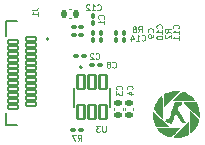
<source format=gbo>
G04 #@! TF.GenerationSoftware,KiCad,Pcbnew,8.0.9-8.0.9-0~ubuntu22.04.1*
G04 #@! TF.CreationDate,2025-06-17T20:00:39-06:00*
G04 #@! TF.ProjectId,dongle,646f6e67-6c65-42e6-9b69-6361645f7063,rev?*
G04 #@! TF.SameCoordinates,Original*
G04 #@! TF.FileFunction,Legend,Bot*
G04 #@! TF.FilePolarity,Positive*
%FSLAX46Y46*%
G04 Gerber Fmt 4.6, Leading zero omitted, Abs format (unit mm)*
G04 Created by KiCad (PCBNEW 8.0.9-8.0.9-0~ubuntu22.04.1) date 2025-06-17 20:00:39*
%MOMM*%
%LPD*%
G01*
G04 APERTURE LIST*
G04 Aperture macros list*
%AMRoundRect*
0 Rectangle with rounded corners*
0 $1 Rounding radius*
0 $2 $3 $4 $5 $6 $7 $8 $9 X,Y pos of 4 corners*
0 Add a 4 corners polygon primitive as box body*
4,1,4,$2,$3,$4,$5,$6,$7,$8,$9,$2,$3,0*
0 Add four circle primitives for the rounded corners*
1,1,$1+$1,$2,$3*
1,1,$1+$1,$4,$5*
1,1,$1+$1,$6,$7*
1,1,$1+$1,$8,$9*
0 Add four rect primitives between the rounded corners*
20,1,$1+$1,$2,$3,$4,$5,0*
20,1,$1+$1,$4,$5,$6,$7,0*
20,1,$1+$1,$6,$7,$8,$9,0*
20,1,$1+$1,$8,$9,$2,$3,0*%
G04 Aperture macros list end*
%ADD10C,0.125000*%
%ADD11C,0.200000*%
%ADD12C,0.120000*%
%ADD13C,0.127000*%
%ADD14C,0.000000*%
%ADD15C,0.010000*%
%ADD16RoundRect,0.102000X0.400000X-0.150000X0.400000X0.150000X-0.400000X0.150000X-0.400000X-0.150000X0*%
%ADD17RoundRect,0.100000X-0.130000X-0.100000X0.130000X-0.100000X0.130000X0.100000X-0.130000X0.100000X0*%
%ADD18RoundRect,0.100000X0.100000X-0.130000X0.100000X0.130000X-0.100000X0.130000X-0.100000X-0.130000X0*%
%ADD19RoundRect,0.140000X-0.140000X-0.170000X0.140000X-0.170000X0.140000X0.170000X-0.140000X0.170000X0*%
%ADD20RoundRect,0.100000X0.130000X0.100000X-0.130000X0.100000X-0.130000X-0.100000X0.130000X-0.100000X0*%
%ADD21RoundRect,0.140000X0.170000X-0.140000X0.170000X0.140000X-0.170000X0.140000X-0.170000X-0.140000X0*%
%ADD22RoundRect,0.099250X-0.297750X0.607750X-0.297750X-0.607750X0.297750X-0.607750X0.297750X0.607750X0*%
G04 APERTURE END LIST*
D10*
X142474809Y-89458333D02*
X142831952Y-89458333D01*
X142831952Y-89458333D02*
X142903380Y-89434524D01*
X142903380Y-89434524D02*
X142951000Y-89386905D01*
X142951000Y-89386905D02*
X142974809Y-89315476D01*
X142974809Y-89315476D02*
X142974809Y-89267857D01*
X142974809Y-89958333D02*
X142974809Y-89672619D01*
X142974809Y-89815476D02*
X142474809Y-89815476D01*
X142474809Y-89815476D02*
X142546238Y-89767857D01*
X142546238Y-89767857D02*
X142593857Y-89720238D01*
X142593857Y-89720238D02*
X142617666Y-89672619D01*
X147888333Y-93577197D02*
X147912142Y-93601007D01*
X147912142Y-93601007D02*
X147983571Y-93624816D01*
X147983571Y-93624816D02*
X148031190Y-93624816D01*
X148031190Y-93624816D02*
X148102618Y-93601007D01*
X148102618Y-93601007D02*
X148150237Y-93553387D01*
X148150237Y-93553387D02*
X148174047Y-93505768D01*
X148174047Y-93505768D02*
X148197856Y-93410530D01*
X148197856Y-93410530D02*
X148197856Y-93339102D01*
X148197856Y-93339102D02*
X148174047Y-93243864D01*
X148174047Y-93243864D02*
X148150237Y-93196245D01*
X148150237Y-93196245D02*
X148102618Y-93148626D01*
X148102618Y-93148626D02*
X148031190Y-93124816D01*
X148031190Y-93124816D02*
X147983571Y-93124816D01*
X147983571Y-93124816D02*
X147912142Y-93148626D01*
X147912142Y-93148626D02*
X147888333Y-93172435D01*
X147697856Y-93172435D02*
X147674047Y-93148626D01*
X147674047Y-93148626D02*
X147626428Y-93124816D01*
X147626428Y-93124816D02*
X147507380Y-93124816D01*
X147507380Y-93124816D02*
X147459761Y-93148626D01*
X147459761Y-93148626D02*
X147435952Y-93172435D01*
X147435952Y-93172435D02*
X147412142Y-93220054D01*
X147412142Y-93220054D02*
X147412142Y-93267673D01*
X147412142Y-93267673D02*
X147435952Y-93339102D01*
X147435952Y-93339102D02*
X147721666Y-93624816D01*
X147721666Y-93624816D02*
X147412142Y-93624816D01*
X149308333Y-94302190D02*
X149332142Y-94326000D01*
X149332142Y-94326000D02*
X149403571Y-94349809D01*
X149403571Y-94349809D02*
X149451190Y-94349809D01*
X149451190Y-94349809D02*
X149522618Y-94326000D01*
X149522618Y-94326000D02*
X149570237Y-94278380D01*
X149570237Y-94278380D02*
X149594047Y-94230761D01*
X149594047Y-94230761D02*
X149617856Y-94135523D01*
X149617856Y-94135523D02*
X149617856Y-94064095D01*
X149617856Y-94064095D02*
X149594047Y-93968857D01*
X149594047Y-93968857D02*
X149570237Y-93921238D01*
X149570237Y-93921238D02*
X149522618Y-93873619D01*
X149522618Y-93873619D02*
X149451190Y-93849809D01*
X149451190Y-93849809D02*
X149403571Y-93849809D01*
X149403571Y-93849809D02*
X149332142Y-93873619D01*
X149332142Y-93873619D02*
X149308333Y-93897428D01*
X149022618Y-94064095D02*
X149070237Y-94040285D01*
X149070237Y-94040285D02*
X149094047Y-94016476D01*
X149094047Y-94016476D02*
X149117856Y-93968857D01*
X149117856Y-93968857D02*
X149117856Y-93945047D01*
X149117856Y-93945047D02*
X149094047Y-93897428D01*
X149094047Y-93897428D02*
X149070237Y-93873619D01*
X149070237Y-93873619D02*
X149022618Y-93849809D01*
X149022618Y-93849809D02*
X148927380Y-93849809D01*
X148927380Y-93849809D02*
X148879761Y-93873619D01*
X148879761Y-93873619D02*
X148855952Y-93897428D01*
X148855952Y-93897428D02*
X148832142Y-93945047D01*
X148832142Y-93945047D02*
X148832142Y-93968857D01*
X148832142Y-93968857D02*
X148855952Y-94016476D01*
X148855952Y-94016476D02*
X148879761Y-94040285D01*
X148879761Y-94040285D02*
X148927380Y-94064095D01*
X148927380Y-94064095D02*
X149022618Y-94064095D01*
X149022618Y-94064095D02*
X149070237Y-94087904D01*
X149070237Y-94087904D02*
X149094047Y-94111714D01*
X149094047Y-94111714D02*
X149117856Y-94159333D01*
X149117856Y-94159333D02*
X149117856Y-94254571D01*
X149117856Y-94254571D02*
X149094047Y-94302190D01*
X149094047Y-94302190D02*
X149070237Y-94326000D01*
X149070237Y-94326000D02*
X149022618Y-94349809D01*
X149022618Y-94349809D02*
X148927380Y-94349809D01*
X148927380Y-94349809D02*
X148879761Y-94326000D01*
X148879761Y-94326000D02*
X148855952Y-94302190D01*
X148855952Y-94302190D02*
X148832142Y-94254571D01*
X148832142Y-94254571D02*
X148832142Y-94159333D01*
X148832142Y-94159333D02*
X148855952Y-94111714D01*
X148855952Y-94111714D02*
X148879761Y-94087904D01*
X148879761Y-94087904D02*
X148927380Y-94064095D01*
X154877190Y-91028571D02*
X154901000Y-91004762D01*
X154901000Y-91004762D02*
X154924809Y-90933333D01*
X154924809Y-90933333D02*
X154924809Y-90885714D01*
X154924809Y-90885714D02*
X154901000Y-90814286D01*
X154901000Y-90814286D02*
X154853380Y-90766667D01*
X154853380Y-90766667D02*
X154805761Y-90742857D01*
X154805761Y-90742857D02*
X154710523Y-90719048D01*
X154710523Y-90719048D02*
X154639095Y-90719048D01*
X154639095Y-90719048D02*
X154543857Y-90742857D01*
X154543857Y-90742857D02*
X154496238Y-90766667D01*
X154496238Y-90766667D02*
X154448619Y-90814286D01*
X154448619Y-90814286D02*
X154424809Y-90885714D01*
X154424809Y-90885714D02*
X154424809Y-90933333D01*
X154424809Y-90933333D02*
X154448619Y-91004762D01*
X154448619Y-91004762D02*
X154472428Y-91028571D01*
X154924809Y-91504762D02*
X154924809Y-91219048D01*
X154924809Y-91361905D02*
X154424809Y-91361905D01*
X154424809Y-91361905D02*
X154496238Y-91314286D01*
X154496238Y-91314286D02*
X154543857Y-91266667D01*
X154543857Y-91266667D02*
X154567666Y-91219048D01*
X154924809Y-91980952D02*
X154924809Y-91695238D01*
X154924809Y-91838095D02*
X154424809Y-91838095D01*
X154424809Y-91838095D02*
X154496238Y-91790476D01*
X154496238Y-91790476D02*
X154543857Y-91742857D01*
X154543857Y-91742857D02*
X154567666Y-91695238D01*
X152727190Y-91341666D02*
X152751000Y-91317857D01*
X152751000Y-91317857D02*
X152774809Y-91246428D01*
X152774809Y-91246428D02*
X152774809Y-91198809D01*
X152774809Y-91198809D02*
X152751000Y-91127381D01*
X152751000Y-91127381D02*
X152703380Y-91079762D01*
X152703380Y-91079762D02*
X152655761Y-91055952D01*
X152655761Y-91055952D02*
X152560523Y-91032143D01*
X152560523Y-91032143D02*
X152489095Y-91032143D01*
X152489095Y-91032143D02*
X152393857Y-91055952D01*
X152393857Y-91055952D02*
X152346238Y-91079762D01*
X152346238Y-91079762D02*
X152298619Y-91127381D01*
X152298619Y-91127381D02*
X152274809Y-91198809D01*
X152274809Y-91198809D02*
X152274809Y-91246428D01*
X152274809Y-91246428D02*
X152298619Y-91317857D01*
X152298619Y-91317857D02*
X152322428Y-91341666D01*
X152774809Y-91579762D02*
X152774809Y-91675000D01*
X152774809Y-91675000D02*
X152751000Y-91722619D01*
X152751000Y-91722619D02*
X152727190Y-91746428D01*
X152727190Y-91746428D02*
X152655761Y-91794047D01*
X152655761Y-91794047D02*
X152560523Y-91817857D01*
X152560523Y-91817857D02*
X152370047Y-91817857D01*
X152370047Y-91817857D02*
X152322428Y-91794047D01*
X152322428Y-91794047D02*
X152298619Y-91770238D01*
X152298619Y-91770238D02*
X152274809Y-91722619D01*
X152274809Y-91722619D02*
X152274809Y-91627381D01*
X152274809Y-91627381D02*
X152298619Y-91579762D01*
X152298619Y-91579762D02*
X152322428Y-91555952D01*
X152322428Y-91555952D02*
X152370047Y-91532143D01*
X152370047Y-91532143D02*
X152489095Y-91532143D01*
X152489095Y-91532143D02*
X152536714Y-91555952D01*
X152536714Y-91555952D02*
X152560523Y-91579762D01*
X152560523Y-91579762D02*
X152584333Y-91627381D01*
X152584333Y-91627381D02*
X152584333Y-91722619D01*
X152584333Y-91722619D02*
X152560523Y-91770238D01*
X152560523Y-91770238D02*
X152536714Y-91794047D01*
X152536714Y-91794047D02*
X152489095Y-91817857D01*
X148021428Y-89452190D02*
X148045237Y-89476000D01*
X148045237Y-89476000D02*
X148116666Y-89499809D01*
X148116666Y-89499809D02*
X148164285Y-89499809D01*
X148164285Y-89499809D02*
X148235713Y-89476000D01*
X148235713Y-89476000D02*
X148283332Y-89428380D01*
X148283332Y-89428380D02*
X148307142Y-89380761D01*
X148307142Y-89380761D02*
X148330951Y-89285523D01*
X148330951Y-89285523D02*
X148330951Y-89214095D01*
X148330951Y-89214095D02*
X148307142Y-89118857D01*
X148307142Y-89118857D02*
X148283332Y-89071238D01*
X148283332Y-89071238D02*
X148235713Y-89023619D01*
X148235713Y-89023619D02*
X148164285Y-88999809D01*
X148164285Y-88999809D02*
X148116666Y-88999809D01*
X148116666Y-88999809D02*
X148045237Y-89023619D01*
X148045237Y-89023619D02*
X148021428Y-89047428D01*
X147545237Y-89499809D02*
X147830951Y-89499809D01*
X147688094Y-89499809D02*
X147688094Y-88999809D01*
X147688094Y-88999809D02*
X147735713Y-89071238D01*
X147735713Y-89071238D02*
X147783332Y-89118857D01*
X147783332Y-89118857D02*
X147830951Y-89142666D01*
X147354761Y-89047428D02*
X147330952Y-89023619D01*
X147330952Y-89023619D02*
X147283333Y-88999809D01*
X147283333Y-88999809D02*
X147164285Y-88999809D01*
X147164285Y-88999809D02*
X147116666Y-89023619D01*
X147116666Y-89023619D02*
X147092857Y-89047428D01*
X147092857Y-89047428D02*
X147069047Y-89095047D01*
X147069047Y-89095047D02*
X147069047Y-89142666D01*
X147069047Y-89142666D02*
X147092857Y-89214095D01*
X147092857Y-89214095D02*
X147378571Y-89499809D01*
X147378571Y-89499809D02*
X147069047Y-89499809D01*
X153477190Y-91003571D02*
X153501000Y-90979762D01*
X153501000Y-90979762D02*
X153524809Y-90908333D01*
X153524809Y-90908333D02*
X153524809Y-90860714D01*
X153524809Y-90860714D02*
X153501000Y-90789286D01*
X153501000Y-90789286D02*
X153453380Y-90741667D01*
X153453380Y-90741667D02*
X153405761Y-90717857D01*
X153405761Y-90717857D02*
X153310523Y-90694048D01*
X153310523Y-90694048D02*
X153239095Y-90694048D01*
X153239095Y-90694048D02*
X153143857Y-90717857D01*
X153143857Y-90717857D02*
X153096238Y-90741667D01*
X153096238Y-90741667D02*
X153048619Y-90789286D01*
X153048619Y-90789286D02*
X153024809Y-90860714D01*
X153024809Y-90860714D02*
X153024809Y-90908333D01*
X153024809Y-90908333D02*
X153048619Y-90979762D01*
X153048619Y-90979762D02*
X153072428Y-91003571D01*
X153524809Y-91479762D02*
X153524809Y-91194048D01*
X153524809Y-91336905D02*
X153024809Y-91336905D01*
X153024809Y-91336905D02*
X153096238Y-91289286D01*
X153096238Y-91289286D02*
X153143857Y-91241667D01*
X153143857Y-91241667D02*
X153167666Y-91194048D01*
X153024809Y-91789285D02*
X153024809Y-91836904D01*
X153024809Y-91836904D02*
X153048619Y-91884523D01*
X153048619Y-91884523D02*
X153072428Y-91908333D01*
X153072428Y-91908333D02*
X153120047Y-91932142D01*
X153120047Y-91932142D02*
X153215285Y-91955952D01*
X153215285Y-91955952D02*
X153334333Y-91955952D01*
X153334333Y-91955952D02*
X153429571Y-91932142D01*
X153429571Y-91932142D02*
X153477190Y-91908333D01*
X153477190Y-91908333D02*
X153501000Y-91884523D01*
X153501000Y-91884523D02*
X153524809Y-91836904D01*
X153524809Y-91836904D02*
X153524809Y-91789285D01*
X153524809Y-91789285D02*
X153501000Y-91741666D01*
X153501000Y-91741666D02*
X153477190Y-91717857D01*
X153477190Y-91717857D02*
X153429571Y-91694047D01*
X153429571Y-91694047D02*
X153334333Y-91670238D01*
X153334333Y-91670238D02*
X153215285Y-91670238D01*
X153215285Y-91670238D02*
X153120047Y-91694047D01*
X153120047Y-91694047D02*
X153072428Y-91717857D01*
X153072428Y-91717857D02*
X153048619Y-91741666D01*
X153048619Y-91741666D02*
X153024809Y-91789285D01*
X151483333Y-91349809D02*
X151649999Y-91111714D01*
X151769047Y-91349809D02*
X151769047Y-90849809D01*
X151769047Y-90849809D02*
X151578571Y-90849809D01*
X151578571Y-90849809D02*
X151530952Y-90873619D01*
X151530952Y-90873619D02*
X151507142Y-90897428D01*
X151507142Y-90897428D02*
X151483333Y-90945047D01*
X151483333Y-90945047D02*
X151483333Y-91016476D01*
X151483333Y-91016476D02*
X151507142Y-91064095D01*
X151507142Y-91064095D02*
X151530952Y-91087904D01*
X151530952Y-91087904D02*
X151578571Y-91111714D01*
X151578571Y-91111714D02*
X151769047Y-91111714D01*
X151197618Y-91064095D02*
X151245237Y-91040285D01*
X151245237Y-91040285D02*
X151269047Y-91016476D01*
X151269047Y-91016476D02*
X151292856Y-90968857D01*
X151292856Y-90968857D02*
X151292856Y-90945047D01*
X151292856Y-90945047D02*
X151269047Y-90897428D01*
X151269047Y-90897428D02*
X151245237Y-90873619D01*
X151245237Y-90873619D02*
X151197618Y-90849809D01*
X151197618Y-90849809D02*
X151102380Y-90849809D01*
X151102380Y-90849809D02*
X151054761Y-90873619D01*
X151054761Y-90873619D02*
X151030952Y-90897428D01*
X151030952Y-90897428D02*
X151007142Y-90945047D01*
X151007142Y-90945047D02*
X151007142Y-90968857D01*
X151007142Y-90968857D02*
X151030952Y-91016476D01*
X151030952Y-91016476D02*
X151054761Y-91040285D01*
X151054761Y-91040285D02*
X151102380Y-91064095D01*
X151102380Y-91064095D02*
X151197618Y-91064095D01*
X151197618Y-91064095D02*
X151245237Y-91087904D01*
X151245237Y-91087904D02*
X151269047Y-91111714D01*
X151269047Y-91111714D02*
X151292856Y-91159333D01*
X151292856Y-91159333D02*
X151292856Y-91254571D01*
X151292856Y-91254571D02*
X151269047Y-91302190D01*
X151269047Y-91302190D02*
X151245237Y-91326000D01*
X151245237Y-91326000D02*
X151197618Y-91349809D01*
X151197618Y-91349809D02*
X151102380Y-91349809D01*
X151102380Y-91349809D02*
X151054761Y-91326000D01*
X151054761Y-91326000D02*
X151030952Y-91302190D01*
X151030952Y-91302190D02*
X151007142Y-91254571D01*
X151007142Y-91254571D02*
X151007142Y-91159333D01*
X151007142Y-91159333D02*
X151030952Y-91111714D01*
X151030952Y-91111714D02*
X151054761Y-91087904D01*
X151054761Y-91087904D02*
X151102380Y-91064095D01*
X150977190Y-96191666D02*
X151001000Y-96167857D01*
X151001000Y-96167857D02*
X151024809Y-96096428D01*
X151024809Y-96096428D02*
X151024809Y-96048809D01*
X151024809Y-96048809D02*
X151001000Y-95977381D01*
X151001000Y-95977381D02*
X150953380Y-95929762D01*
X150953380Y-95929762D02*
X150905761Y-95905952D01*
X150905761Y-95905952D02*
X150810523Y-95882143D01*
X150810523Y-95882143D02*
X150739095Y-95882143D01*
X150739095Y-95882143D02*
X150643857Y-95905952D01*
X150643857Y-95905952D02*
X150596238Y-95929762D01*
X150596238Y-95929762D02*
X150548619Y-95977381D01*
X150548619Y-95977381D02*
X150524809Y-96048809D01*
X150524809Y-96048809D02*
X150524809Y-96096428D01*
X150524809Y-96096428D02*
X150548619Y-96167857D01*
X150548619Y-96167857D02*
X150572428Y-96191666D01*
X150691476Y-96620238D02*
X151024809Y-96620238D01*
X150501000Y-96501190D02*
X150858142Y-96382143D01*
X150858142Y-96382143D02*
X150858142Y-96691666D01*
X154224809Y-91391666D02*
X153986714Y-91225000D01*
X154224809Y-91105952D02*
X153724809Y-91105952D01*
X153724809Y-91105952D02*
X153724809Y-91296428D01*
X153724809Y-91296428D02*
X153748619Y-91344047D01*
X153748619Y-91344047D02*
X153772428Y-91367857D01*
X153772428Y-91367857D02*
X153820047Y-91391666D01*
X153820047Y-91391666D02*
X153891476Y-91391666D01*
X153891476Y-91391666D02*
X153939095Y-91367857D01*
X153939095Y-91367857D02*
X153962904Y-91344047D01*
X153962904Y-91344047D02*
X153986714Y-91296428D01*
X153986714Y-91296428D02*
X153986714Y-91105952D01*
X153772428Y-91582143D02*
X153748619Y-91605952D01*
X153748619Y-91605952D02*
X153724809Y-91653571D01*
X153724809Y-91653571D02*
X153724809Y-91772619D01*
X153724809Y-91772619D02*
X153748619Y-91820238D01*
X153748619Y-91820238D02*
X153772428Y-91844047D01*
X153772428Y-91844047D02*
X153820047Y-91867857D01*
X153820047Y-91867857D02*
X153867666Y-91867857D01*
X153867666Y-91867857D02*
X153939095Y-91844047D01*
X153939095Y-91844047D02*
X154224809Y-91558333D01*
X154224809Y-91558333D02*
X154224809Y-91867857D01*
X146383333Y-100549809D02*
X146549999Y-100311714D01*
X146669047Y-100549809D02*
X146669047Y-100049809D01*
X146669047Y-100049809D02*
X146478571Y-100049809D01*
X146478571Y-100049809D02*
X146430952Y-100073619D01*
X146430952Y-100073619D02*
X146407142Y-100097428D01*
X146407142Y-100097428D02*
X146383333Y-100145047D01*
X146383333Y-100145047D02*
X146383333Y-100216476D01*
X146383333Y-100216476D02*
X146407142Y-100264095D01*
X146407142Y-100264095D02*
X146430952Y-100287904D01*
X146430952Y-100287904D02*
X146478571Y-100311714D01*
X146478571Y-100311714D02*
X146669047Y-100311714D01*
X146216666Y-100049809D02*
X145883333Y-100049809D01*
X145883333Y-100049809D02*
X146097618Y-100549809D01*
X148552190Y-90196670D02*
X148576000Y-90172861D01*
X148576000Y-90172861D02*
X148599809Y-90101432D01*
X148599809Y-90101432D02*
X148599809Y-90053813D01*
X148599809Y-90053813D02*
X148576000Y-89982385D01*
X148576000Y-89982385D02*
X148528380Y-89934766D01*
X148528380Y-89934766D02*
X148480761Y-89910956D01*
X148480761Y-89910956D02*
X148385523Y-89887147D01*
X148385523Y-89887147D02*
X148314095Y-89887147D01*
X148314095Y-89887147D02*
X148218857Y-89910956D01*
X148218857Y-89910956D02*
X148171238Y-89934766D01*
X148171238Y-89934766D02*
X148123619Y-89982385D01*
X148123619Y-89982385D02*
X148099809Y-90053813D01*
X148099809Y-90053813D02*
X148099809Y-90101432D01*
X148099809Y-90101432D02*
X148123619Y-90172861D01*
X148123619Y-90172861D02*
X148147428Y-90196670D01*
X148599809Y-90672861D02*
X148599809Y-90387147D01*
X148599809Y-90530004D02*
X148099809Y-90530004D01*
X148099809Y-90530004D02*
X148171238Y-90482385D01*
X148171238Y-90482385D02*
X148218857Y-90434766D01*
X148218857Y-90434766D02*
X148242666Y-90387147D01*
X148730952Y-99274809D02*
X148730952Y-99679571D01*
X148730952Y-99679571D02*
X148707142Y-99727190D01*
X148707142Y-99727190D02*
X148683333Y-99751000D01*
X148683333Y-99751000D02*
X148635714Y-99774809D01*
X148635714Y-99774809D02*
X148540476Y-99774809D01*
X148540476Y-99774809D02*
X148492857Y-99751000D01*
X148492857Y-99751000D02*
X148469047Y-99727190D01*
X148469047Y-99727190D02*
X148445238Y-99679571D01*
X148445238Y-99679571D02*
X148445238Y-99274809D01*
X148254761Y-99274809D02*
X147945237Y-99274809D01*
X147945237Y-99274809D02*
X148111904Y-99465285D01*
X148111904Y-99465285D02*
X148040475Y-99465285D01*
X148040475Y-99465285D02*
X147992856Y-99489095D01*
X147992856Y-99489095D02*
X147969047Y-99512904D01*
X147969047Y-99512904D02*
X147945237Y-99560523D01*
X147945237Y-99560523D02*
X147945237Y-99679571D01*
X147945237Y-99679571D02*
X147969047Y-99727190D01*
X147969047Y-99727190D02*
X147992856Y-99751000D01*
X147992856Y-99751000D02*
X148040475Y-99774809D01*
X148040475Y-99774809D02*
X148183332Y-99774809D01*
X148183332Y-99774809D02*
X148230951Y-99751000D01*
X148230951Y-99751000D02*
X148254761Y-99727190D01*
X151771428Y-92027190D02*
X151795237Y-92051000D01*
X151795237Y-92051000D02*
X151866666Y-92074809D01*
X151866666Y-92074809D02*
X151914285Y-92074809D01*
X151914285Y-92074809D02*
X151985713Y-92051000D01*
X151985713Y-92051000D02*
X152033332Y-92003380D01*
X152033332Y-92003380D02*
X152057142Y-91955761D01*
X152057142Y-91955761D02*
X152080951Y-91860523D01*
X152080951Y-91860523D02*
X152080951Y-91789095D01*
X152080951Y-91789095D02*
X152057142Y-91693857D01*
X152057142Y-91693857D02*
X152033332Y-91646238D01*
X152033332Y-91646238D02*
X151985713Y-91598619D01*
X151985713Y-91598619D02*
X151914285Y-91574809D01*
X151914285Y-91574809D02*
X151866666Y-91574809D01*
X151866666Y-91574809D02*
X151795237Y-91598619D01*
X151795237Y-91598619D02*
X151771428Y-91622428D01*
X151295237Y-92074809D02*
X151580951Y-92074809D01*
X151438094Y-92074809D02*
X151438094Y-91574809D01*
X151438094Y-91574809D02*
X151485713Y-91646238D01*
X151485713Y-91646238D02*
X151533332Y-91693857D01*
X151533332Y-91693857D02*
X151580951Y-91717666D01*
X150866666Y-91741476D02*
X150866666Y-92074809D01*
X150985714Y-91551000D02*
X151104761Y-91908142D01*
X151104761Y-91908142D02*
X150795238Y-91908142D01*
X150077190Y-96191666D02*
X150101000Y-96167857D01*
X150101000Y-96167857D02*
X150124809Y-96096428D01*
X150124809Y-96096428D02*
X150124809Y-96048809D01*
X150124809Y-96048809D02*
X150101000Y-95977381D01*
X150101000Y-95977381D02*
X150053380Y-95929762D01*
X150053380Y-95929762D02*
X150005761Y-95905952D01*
X150005761Y-95905952D02*
X149910523Y-95882143D01*
X149910523Y-95882143D02*
X149839095Y-95882143D01*
X149839095Y-95882143D02*
X149743857Y-95905952D01*
X149743857Y-95905952D02*
X149696238Y-95929762D01*
X149696238Y-95929762D02*
X149648619Y-95977381D01*
X149648619Y-95977381D02*
X149624809Y-96048809D01*
X149624809Y-96048809D02*
X149624809Y-96096428D01*
X149624809Y-96096428D02*
X149648619Y-96167857D01*
X149648619Y-96167857D02*
X149672428Y-96191666D01*
X149624809Y-96358333D02*
X149624809Y-96667857D01*
X149624809Y-96667857D02*
X149815285Y-96501190D01*
X149815285Y-96501190D02*
X149815285Y-96572619D01*
X149815285Y-96572619D02*
X149839095Y-96620238D01*
X149839095Y-96620238D02*
X149862904Y-96644047D01*
X149862904Y-96644047D02*
X149910523Y-96667857D01*
X149910523Y-96667857D02*
X150029571Y-96667857D01*
X150029571Y-96667857D02*
X150077190Y-96644047D01*
X150077190Y-96644047D02*
X150101000Y-96620238D01*
X150101000Y-96620238D02*
X150124809Y-96572619D01*
X150124809Y-96572619D02*
X150124809Y-96429762D01*
X150124809Y-96429762D02*
X150101000Y-96382143D01*
X150101000Y-96382143D02*
X150077190Y-96358333D01*
D11*
X140300000Y-90400000D02*
X140300000Y-91675000D01*
X140300000Y-98175000D02*
X140300000Y-99200000D01*
X141250000Y-90400000D02*
X140300000Y-90400000D01*
X141250000Y-99200000D02*
X140300000Y-99200000D01*
X143900000Y-91925000D02*
G75*
G02*
X143700000Y-91925000I-100000J0D01*
G01*
X143700000Y-91925000D02*
G75*
G02*
X143900000Y-91925000I100000J0D01*
G01*
D12*
X145832831Y-90135003D02*
X145617162Y-90134995D01*
X145832838Y-89415005D02*
X145617169Y-89414997D01*
X150364998Y-97742167D02*
X150365002Y-97957838D01*
X151084998Y-97742162D02*
X151085002Y-97957833D01*
D13*
X146010004Y-96047499D02*
X146009998Y-97672500D01*
X149140002Y-96047500D02*
X149139996Y-97672501D01*
D11*
X146729998Y-94305000D02*
G75*
G02*
X146530000Y-94305000I-99999J0D01*
G01*
X146530000Y-94305000D02*
G75*
G02*
X146729998Y-94305000I99999J0D01*
G01*
D14*
G36*
X153444572Y-98704344D02*
G01*
X154144143Y-99405000D01*
X153593984Y-99405000D01*
X153043825Y-99405000D01*
X152963520Y-99275000D01*
X152912015Y-99181613D01*
X152809958Y-98913364D01*
X152747959Y-98613223D01*
X152733194Y-98311224D01*
X152745000Y-98003689D01*
X153444572Y-98704344D01*
G37*
G36*
X154665182Y-99884817D02*
G01*
X154650461Y-99899605D01*
X154493849Y-100056709D01*
X154378472Y-100164271D01*
X154288469Y-100227088D01*
X154207980Y-100249956D01*
X154121145Y-100237673D01*
X154012106Y-100195036D01*
X153865000Y-100126841D01*
X153709268Y-100046158D01*
X153421283Y-99847429D01*
X153185498Y-99615000D01*
X153077889Y-99485000D01*
X154070694Y-99485000D01*
X155063500Y-99485000D01*
X154665182Y-99884817D01*
G37*
G36*
X154365000Y-97025000D02*
G01*
X154214533Y-97175407D01*
X154036286Y-97352893D01*
X153883510Y-97504233D01*
X153763947Y-97621789D01*
X153685339Y-97697924D01*
X153655429Y-97725000D01*
X153654151Y-97720827D01*
X153650553Y-97660241D01*
X153647649Y-97538730D01*
X153645708Y-97370676D01*
X153645000Y-97170462D01*
X153645000Y-96615925D01*
X153875000Y-96512815D01*
X153947668Y-96481281D01*
X154208046Y-96390354D01*
X154467584Y-96341267D01*
X154764572Y-96325977D01*
X155064143Y-96325000D01*
X154365000Y-97025000D01*
G37*
G36*
X155765001Y-99474628D02*
G01*
X155765001Y-100043374D01*
X155604974Y-100125013D01*
X155548766Y-100151455D01*
X155392732Y-100212991D01*
X155234974Y-100263194D01*
X155144944Y-100282252D01*
X154998638Y-100301992D01*
X154835993Y-100315621D01*
X154676157Y-100322416D01*
X154538281Y-100321653D01*
X154441512Y-100312608D01*
X154405000Y-100294558D01*
X154417783Y-100275920D01*
X154479213Y-100206655D01*
X154584438Y-100094803D01*
X154725670Y-99948492D01*
X154895120Y-99775848D01*
X155085000Y-99585000D01*
X155765001Y-98905882D01*
X155765001Y-99474628D01*
G37*
G36*
X156284818Y-98384818D02*
G01*
X156429425Y-98531151D01*
X156549941Y-98660781D01*
X156624061Y-98753496D01*
X156658832Y-98818268D01*
X156661302Y-98864067D01*
X156630597Y-98956985D01*
X156512927Y-99214580D01*
X156356185Y-99469116D01*
X156180309Y-99686504D01*
X156145525Y-99722563D01*
X156041002Y-99825812D01*
X155960414Y-99897899D01*
X155918912Y-99925000D01*
X155912057Y-99904966D01*
X155903332Y-99815949D01*
X155895883Y-99665640D01*
X155890091Y-99464918D01*
X155886337Y-99224662D01*
X155885000Y-98955750D01*
X155885000Y-97986500D01*
X156284818Y-98384818D01*
G37*
G36*
X153532042Y-96731081D02*
G01*
X153543137Y-96799197D01*
X153552269Y-96936981D01*
X153559149Y-97137024D01*
X153563490Y-97391916D01*
X153565000Y-97694249D01*
X153565000Y-98663499D01*
X153165183Y-98265181D01*
X153138396Y-98238537D01*
X152984037Y-98084672D01*
X152879114Y-97970656D01*
X152819357Y-97880008D01*
X152800495Y-97796244D01*
X152818259Y-97702884D01*
X152868376Y-97583445D01*
X152946578Y-97421446D01*
X152958921Y-97396689D01*
X153041986Y-97255311D01*
X153146749Y-97105270D01*
X153260431Y-96961891D01*
X153370255Y-96840502D01*
X153463442Y-96756430D01*
X153527215Y-96724999D01*
X153532042Y-96731081D01*
G37*
G36*
X155332759Y-96413674D02*
G01*
X155444828Y-96457510D01*
X155596505Y-96527118D01*
X155675096Y-96568625D01*
X155809624Y-96655392D01*
X155954165Y-96761944D01*
X156093346Y-96875534D01*
X156211794Y-96983418D01*
X156294137Y-97072852D01*
X156325000Y-97131088D01*
X156304967Y-97137943D01*
X156215950Y-97146668D01*
X156065641Y-97154117D01*
X155864919Y-97159909D01*
X155624663Y-97163663D01*
X155355751Y-97165000D01*
X154386501Y-97165000D01*
X154784819Y-96765182D01*
X154803827Y-96746082D01*
X154959016Y-96590337D01*
X155073426Y-96483938D01*
X155163136Y-96422172D01*
X155244221Y-96400322D01*
X155332759Y-96413674D01*
G37*
G36*
X155914263Y-97245010D02*
G01*
X156116840Y-97245911D01*
X156256405Y-97249897D01*
X156347075Y-97259247D01*
X156402966Y-97276237D01*
X156438194Y-97303145D01*
X156466876Y-97342248D01*
X156575445Y-97550454D01*
X156669802Y-97871101D01*
X156715548Y-98255000D01*
X156719752Y-98362800D01*
X156720216Y-98508187D01*
X156713675Y-98607949D01*
X156700777Y-98645000D01*
X156675943Y-98628202D01*
X156601845Y-98562923D01*
X156489139Y-98457370D01*
X156347446Y-98321120D01*
X156186388Y-98163752D01*
X156015587Y-97994844D01*
X155844665Y-97823974D01*
X155683244Y-97660721D01*
X155540945Y-97514663D01*
X155427390Y-97395378D01*
X155352202Y-97312444D01*
X155325000Y-97275441D01*
X155327776Y-97272351D01*
X155384137Y-97261620D01*
X155502031Y-97252936D01*
X155666874Y-97247121D01*
X155864078Y-97244999D01*
X155914263Y-97245010D01*
G37*
G36*
X155165000Y-97423172D02*
G01*
X155164988Y-97432074D01*
X155157645Y-97522128D01*
X155121404Y-97558334D01*
X155033770Y-97565000D01*
X154979511Y-97567616D01*
X154904994Y-97598868D01*
X154857572Y-97684132D01*
X154845157Y-97723770D01*
X154842051Y-97771365D01*
X154856265Y-97830559D01*
X154892924Y-97912532D01*
X154957151Y-98028466D01*
X155054069Y-98189539D01*
X155188802Y-98406933D01*
X155297096Y-98581438D01*
X155404160Y-98755625D01*
X155489007Y-98895522D01*
X155544875Y-98989967D01*
X155565000Y-99027800D01*
X155554269Y-99033400D01*
X155485799Y-99041123D01*
X155375000Y-99043495D01*
X155185000Y-99041991D01*
X154946118Y-98660366D01*
X154860284Y-98524850D01*
X154774722Y-98393435D01*
X154712037Y-98301366D01*
X154681789Y-98263015D01*
X154658944Y-98290994D01*
X154614717Y-98380139D01*
X154555643Y-98516525D01*
X154488132Y-98686144D01*
X154421805Y-98853314D01*
X154361347Y-98994452D01*
X154315278Y-99089913D01*
X154290228Y-99125000D01*
X154244707Y-99114480D01*
X154144233Y-99084291D01*
X154012767Y-99041327D01*
X153972290Y-99027417D01*
X153845816Y-98975315D01*
X153783062Y-98922247D01*
X153772637Y-98852376D01*
X153803151Y-98749865D01*
X153829743Y-98693702D01*
X153876354Y-98667823D01*
X153965247Y-98685070D01*
X153984982Y-98690468D01*
X154071059Y-98700239D01*
X154109409Y-98667936D01*
X154124554Y-98628795D01*
X154165206Y-98524034D01*
X154225474Y-98368858D01*
X154300226Y-98176483D01*
X154384327Y-97960127D01*
X154639030Y-97305000D01*
X154902015Y-97293172D01*
X155165000Y-97281344D01*
X155165000Y-97423172D01*
G37*
D12*
X149439998Y-97742167D02*
X149440002Y-97957838D01*
X150159998Y-97742162D02*
X150160002Y-97957833D01*
%LPC*%
D15*
X143031000Y-90501000D02*
X143063000Y-90503000D01*
X143094000Y-90507000D01*
X143125000Y-90513000D01*
X143155000Y-90520000D01*
X143185000Y-90529000D01*
X143215000Y-90540000D01*
X143244000Y-90552000D01*
X143272000Y-90565000D01*
X143300000Y-90580000D01*
X143327000Y-90597000D01*
X143353000Y-90615000D01*
X143378000Y-90634000D01*
X143401000Y-90654000D01*
X143424000Y-90676000D01*
X143446000Y-90699000D01*
X143466000Y-90722000D01*
X143485000Y-90747000D01*
X143503000Y-90773000D01*
X143520000Y-90800000D01*
X143535000Y-90828000D01*
X143548000Y-90856000D01*
X143560000Y-90885000D01*
X143571000Y-90915000D01*
X143580000Y-90945000D01*
X143587000Y-90975000D01*
X143593000Y-91006000D01*
X143597000Y-91037000D01*
X143599000Y-91069000D01*
X143600000Y-91100000D01*
X143599000Y-91131000D01*
X143597000Y-91163000D01*
X143593000Y-91194000D01*
X143587000Y-91225000D01*
X143580000Y-91255000D01*
X143571000Y-91285000D01*
X143560000Y-91315000D01*
X143548000Y-91344000D01*
X143535000Y-91372000D01*
X143520000Y-91400000D01*
X143503000Y-91427000D01*
X143485000Y-91453000D01*
X143466000Y-91478000D01*
X143446000Y-91501000D01*
X143424000Y-91524000D01*
X143401000Y-91546000D01*
X143378000Y-91566000D01*
X143353000Y-91585000D01*
X143327000Y-91603000D01*
X143300000Y-91620000D01*
X143272000Y-91635000D01*
X143244000Y-91648000D01*
X143215000Y-91660000D01*
X143185000Y-91671000D01*
X143155000Y-91680000D01*
X143125000Y-91687000D01*
X143094000Y-91693000D01*
X143063000Y-91697000D01*
X143031000Y-91699000D01*
X143000000Y-91700000D01*
X142200000Y-91700000D01*
X142169000Y-91699000D01*
X142137000Y-91697000D01*
X142106000Y-91693000D01*
X142075000Y-91687000D01*
X142045000Y-91680000D01*
X142015000Y-91671000D01*
X141985000Y-91660000D01*
X141956000Y-91648000D01*
X141928000Y-91635000D01*
X141900000Y-91620000D01*
X141873000Y-91603000D01*
X141847000Y-91585000D01*
X141822000Y-91566000D01*
X141799000Y-91546000D01*
X141776000Y-91524000D01*
X141754000Y-91501000D01*
X141734000Y-91478000D01*
X141715000Y-91453000D01*
X141697000Y-91427000D01*
X141680000Y-91400000D01*
X141665000Y-91372000D01*
X141652000Y-91344000D01*
X141640000Y-91315000D01*
X141629000Y-91285000D01*
X141620000Y-91255000D01*
X141613000Y-91225000D01*
X141607000Y-91194000D01*
X141603000Y-91163000D01*
X141601000Y-91131000D01*
X141600000Y-91100000D01*
X141601000Y-91069000D01*
X141603000Y-91037000D01*
X141607000Y-91006000D01*
X141613000Y-90975000D01*
X141620000Y-90945000D01*
X141629000Y-90915000D01*
X141640000Y-90885000D01*
X141652000Y-90856000D01*
X141665000Y-90828000D01*
X141680000Y-90800000D01*
X141697000Y-90773000D01*
X141715000Y-90747000D01*
X141734000Y-90722000D01*
X141754000Y-90699000D01*
X141776000Y-90676000D01*
X141799000Y-90654000D01*
X141822000Y-90634000D01*
X141847000Y-90615000D01*
X141873000Y-90597000D01*
X141900000Y-90580000D01*
X141928000Y-90565000D01*
X141956000Y-90552000D01*
X141985000Y-90540000D01*
X142015000Y-90529000D01*
X142045000Y-90520000D01*
X142075000Y-90513000D01*
X142106000Y-90507000D01*
X142137000Y-90503000D01*
X142169000Y-90501000D01*
X142200000Y-90500000D01*
X143000000Y-90500000D01*
X143031000Y-90501000D01*
G36*
X143031000Y-90501000D02*
G01*
X143063000Y-90503000D01*
X143094000Y-90507000D01*
X143125000Y-90513000D01*
X143155000Y-90520000D01*
X143185000Y-90529000D01*
X143215000Y-90540000D01*
X143244000Y-90552000D01*
X143272000Y-90565000D01*
X143300000Y-90580000D01*
X143327000Y-90597000D01*
X143353000Y-90615000D01*
X143378000Y-90634000D01*
X143401000Y-90654000D01*
X143424000Y-90676000D01*
X143446000Y-90699000D01*
X143466000Y-90722000D01*
X143485000Y-90747000D01*
X143503000Y-90773000D01*
X143520000Y-90800000D01*
X143535000Y-90828000D01*
X143548000Y-90856000D01*
X143560000Y-90885000D01*
X143571000Y-90915000D01*
X143580000Y-90945000D01*
X143587000Y-90975000D01*
X143593000Y-91006000D01*
X143597000Y-91037000D01*
X143599000Y-91069000D01*
X143600000Y-91100000D01*
X143599000Y-91131000D01*
X143597000Y-91163000D01*
X143593000Y-91194000D01*
X143587000Y-91225000D01*
X143580000Y-91255000D01*
X143571000Y-91285000D01*
X143560000Y-91315000D01*
X143548000Y-91344000D01*
X143535000Y-91372000D01*
X143520000Y-91400000D01*
X143503000Y-91427000D01*
X143485000Y-91453000D01*
X143466000Y-91478000D01*
X143446000Y-91501000D01*
X143424000Y-91524000D01*
X143401000Y-91546000D01*
X143378000Y-91566000D01*
X143353000Y-91585000D01*
X143327000Y-91603000D01*
X143300000Y-91620000D01*
X143272000Y-91635000D01*
X143244000Y-91648000D01*
X143215000Y-91660000D01*
X143185000Y-91671000D01*
X143155000Y-91680000D01*
X143125000Y-91687000D01*
X143094000Y-91693000D01*
X143063000Y-91697000D01*
X143031000Y-91699000D01*
X143000000Y-91700000D01*
X142200000Y-91700000D01*
X142169000Y-91699000D01*
X142137000Y-91697000D01*
X142106000Y-91693000D01*
X142075000Y-91687000D01*
X142045000Y-91680000D01*
X142015000Y-91671000D01*
X141985000Y-91660000D01*
X141956000Y-91648000D01*
X141928000Y-91635000D01*
X141900000Y-91620000D01*
X141873000Y-91603000D01*
X141847000Y-91585000D01*
X141822000Y-91566000D01*
X141799000Y-91546000D01*
X141776000Y-91524000D01*
X141754000Y-91501000D01*
X141734000Y-91478000D01*
X141715000Y-91453000D01*
X141697000Y-91427000D01*
X141680000Y-91400000D01*
X141665000Y-91372000D01*
X141652000Y-91344000D01*
X141640000Y-91315000D01*
X141629000Y-91285000D01*
X141620000Y-91255000D01*
X141613000Y-91225000D01*
X141607000Y-91194000D01*
X141603000Y-91163000D01*
X141601000Y-91131000D01*
X141600000Y-91100000D01*
X141601000Y-91069000D01*
X141603000Y-91037000D01*
X141607000Y-91006000D01*
X141613000Y-90975000D01*
X141620000Y-90945000D01*
X141629000Y-90915000D01*
X141640000Y-90885000D01*
X141652000Y-90856000D01*
X141665000Y-90828000D01*
X141680000Y-90800000D01*
X141697000Y-90773000D01*
X141715000Y-90747000D01*
X141734000Y-90722000D01*
X141754000Y-90699000D01*
X141776000Y-90676000D01*
X141799000Y-90654000D01*
X141822000Y-90634000D01*
X141847000Y-90615000D01*
X141873000Y-90597000D01*
X141900000Y-90580000D01*
X141928000Y-90565000D01*
X141956000Y-90552000D01*
X141985000Y-90540000D01*
X142015000Y-90529000D01*
X142045000Y-90520000D01*
X142075000Y-90513000D01*
X142106000Y-90507000D01*
X142137000Y-90503000D01*
X142169000Y-90501000D01*
X142200000Y-90500000D01*
X143000000Y-90500000D01*
X143031000Y-90501000D01*
G37*
X143031000Y-97901000D02*
X143063000Y-97903000D01*
X143094000Y-97907000D01*
X143125000Y-97913000D01*
X143155000Y-97920000D01*
X143185000Y-97929000D01*
X143215000Y-97940000D01*
X143244000Y-97952000D01*
X143272000Y-97965000D01*
X143300000Y-97980000D01*
X143327000Y-97997000D01*
X143353000Y-98015000D01*
X143378000Y-98034000D01*
X143401000Y-98054000D01*
X143424000Y-98076000D01*
X143446000Y-98099000D01*
X143466000Y-98122000D01*
X143485000Y-98147000D01*
X143503000Y-98173000D01*
X143520000Y-98200000D01*
X143535000Y-98228000D01*
X143548000Y-98256000D01*
X143560000Y-98285000D01*
X143571000Y-98315000D01*
X143580000Y-98345000D01*
X143587000Y-98375000D01*
X143593000Y-98406000D01*
X143597000Y-98437000D01*
X143599000Y-98469000D01*
X143600000Y-98500000D01*
X143599000Y-98531000D01*
X143597000Y-98563000D01*
X143593000Y-98594000D01*
X143587000Y-98625000D01*
X143580000Y-98655000D01*
X143571000Y-98685000D01*
X143560000Y-98715000D01*
X143548000Y-98744000D01*
X143535000Y-98772000D01*
X143520000Y-98800000D01*
X143503000Y-98827000D01*
X143485000Y-98853000D01*
X143466000Y-98878000D01*
X143446000Y-98901000D01*
X143424000Y-98924000D01*
X143401000Y-98946000D01*
X143378000Y-98966000D01*
X143353000Y-98985000D01*
X143327000Y-99003000D01*
X143300000Y-99020000D01*
X143272000Y-99035000D01*
X143244000Y-99048000D01*
X143215000Y-99060000D01*
X143185000Y-99071000D01*
X143155000Y-99080000D01*
X143125000Y-99087000D01*
X143094000Y-99093000D01*
X143063000Y-99097000D01*
X143031000Y-99099000D01*
X143000000Y-99100000D01*
X142200000Y-99100000D01*
X142169000Y-99099000D01*
X142137000Y-99097000D01*
X142106000Y-99093000D01*
X142075000Y-99087000D01*
X142045000Y-99080000D01*
X142015000Y-99071000D01*
X141985000Y-99060000D01*
X141956000Y-99048000D01*
X141928000Y-99035000D01*
X141900000Y-99020000D01*
X141873000Y-99003000D01*
X141847000Y-98985000D01*
X141822000Y-98966000D01*
X141799000Y-98946000D01*
X141776000Y-98924000D01*
X141754000Y-98901000D01*
X141734000Y-98878000D01*
X141715000Y-98853000D01*
X141697000Y-98827000D01*
X141680000Y-98800000D01*
X141665000Y-98772000D01*
X141652000Y-98744000D01*
X141640000Y-98715000D01*
X141629000Y-98685000D01*
X141620000Y-98655000D01*
X141613000Y-98625000D01*
X141607000Y-98594000D01*
X141603000Y-98563000D01*
X141601000Y-98531000D01*
X141600000Y-98500000D01*
X141601000Y-98469000D01*
X141603000Y-98437000D01*
X141607000Y-98406000D01*
X141613000Y-98375000D01*
X141620000Y-98345000D01*
X141629000Y-98315000D01*
X141640000Y-98285000D01*
X141652000Y-98256000D01*
X141665000Y-98228000D01*
X141680000Y-98200000D01*
X141697000Y-98173000D01*
X141715000Y-98147000D01*
X141734000Y-98122000D01*
X141754000Y-98099000D01*
X141776000Y-98076000D01*
X141799000Y-98054000D01*
X141822000Y-98034000D01*
X141847000Y-98015000D01*
X141873000Y-97997000D01*
X141900000Y-97980000D01*
X141928000Y-97965000D01*
X141956000Y-97952000D01*
X141985000Y-97940000D01*
X142015000Y-97929000D01*
X142045000Y-97920000D01*
X142075000Y-97913000D01*
X142106000Y-97907000D01*
X142137000Y-97903000D01*
X142169000Y-97901000D01*
X142200000Y-97900000D01*
X143000000Y-97900000D01*
X143031000Y-97901000D01*
G36*
X143031000Y-97901000D02*
G01*
X143063000Y-97903000D01*
X143094000Y-97907000D01*
X143125000Y-97913000D01*
X143155000Y-97920000D01*
X143185000Y-97929000D01*
X143215000Y-97940000D01*
X143244000Y-97952000D01*
X143272000Y-97965000D01*
X143300000Y-97980000D01*
X143327000Y-97997000D01*
X143353000Y-98015000D01*
X143378000Y-98034000D01*
X143401000Y-98054000D01*
X143424000Y-98076000D01*
X143446000Y-98099000D01*
X143466000Y-98122000D01*
X143485000Y-98147000D01*
X143503000Y-98173000D01*
X143520000Y-98200000D01*
X143535000Y-98228000D01*
X143548000Y-98256000D01*
X143560000Y-98285000D01*
X143571000Y-98315000D01*
X143580000Y-98345000D01*
X143587000Y-98375000D01*
X143593000Y-98406000D01*
X143597000Y-98437000D01*
X143599000Y-98469000D01*
X143600000Y-98500000D01*
X143599000Y-98531000D01*
X143597000Y-98563000D01*
X143593000Y-98594000D01*
X143587000Y-98625000D01*
X143580000Y-98655000D01*
X143571000Y-98685000D01*
X143560000Y-98715000D01*
X143548000Y-98744000D01*
X143535000Y-98772000D01*
X143520000Y-98800000D01*
X143503000Y-98827000D01*
X143485000Y-98853000D01*
X143466000Y-98878000D01*
X143446000Y-98901000D01*
X143424000Y-98924000D01*
X143401000Y-98946000D01*
X143378000Y-98966000D01*
X143353000Y-98985000D01*
X143327000Y-99003000D01*
X143300000Y-99020000D01*
X143272000Y-99035000D01*
X143244000Y-99048000D01*
X143215000Y-99060000D01*
X143185000Y-99071000D01*
X143155000Y-99080000D01*
X143125000Y-99087000D01*
X143094000Y-99093000D01*
X143063000Y-99097000D01*
X143031000Y-99099000D01*
X143000000Y-99100000D01*
X142200000Y-99100000D01*
X142169000Y-99099000D01*
X142137000Y-99097000D01*
X142106000Y-99093000D01*
X142075000Y-99087000D01*
X142045000Y-99080000D01*
X142015000Y-99071000D01*
X141985000Y-99060000D01*
X141956000Y-99048000D01*
X141928000Y-99035000D01*
X141900000Y-99020000D01*
X141873000Y-99003000D01*
X141847000Y-98985000D01*
X141822000Y-98966000D01*
X141799000Y-98946000D01*
X141776000Y-98924000D01*
X141754000Y-98901000D01*
X141734000Y-98878000D01*
X141715000Y-98853000D01*
X141697000Y-98827000D01*
X141680000Y-98800000D01*
X141665000Y-98772000D01*
X141652000Y-98744000D01*
X141640000Y-98715000D01*
X141629000Y-98685000D01*
X141620000Y-98655000D01*
X141613000Y-98625000D01*
X141607000Y-98594000D01*
X141603000Y-98563000D01*
X141601000Y-98531000D01*
X141600000Y-98500000D01*
X141601000Y-98469000D01*
X141603000Y-98437000D01*
X141607000Y-98406000D01*
X141613000Y-98375000D01*
X141620000Y-98345000D01*
X141629000Y-98315000D01*
X141640000Y-98285000D01*
X141652000Y-98256000D01*
X141665000Y-98228000D01*
X141680000Y-98200000D01*
X141697000Y-98173000D01*
X141715000Y-98147000D01*
X141734000Y-98122000D01*
X141754000Y-98099000D01*
X141776000Y-98076000D01*
X141799000Y-98054000D01*
X141822000Y-98034000D01*
X141847000Y-98015000D01*
X141873000Y-97997000D01*
X141900000Y-97980000D01*
X141928000Y-97965000D01*
X141956000Y-97952000D01*
X141985000Y-97940000D01*
X142015000Y-97929000D01*
X142045000Y-97920000D01*
X142075000Y-97913000D01*
X142106000Y-97907000D01*
X142137000Y-97903000D01*
X142169000Y-97901000D01*
X142200000Y-97900000D01*
X143000000Y-97900000D01*
X143031000Y-97901000D01*
G37*
D16*
X142400000Y-91925000D03*
X142400000Y-92425000D03*
X142400000Y-92925000D03*
X142400000Y-93425000D03*
X142400000Y-93925000D03*
X142400000Y-94425000D03*
X142400000Y-94925000D03*
X142400000Y-95425000D03*
X142400000Y-95925000D03*
X142400000Y-96425000D03*
X142400000Y-96925000D03*
X142400000Y-97425000D03*
X140900000Y-97675000D03*
X140900000Y-97175000D03*
X140900000Y-96675000D03*
X140900000Y-96175000D03*
X140900000Y-95675000D03*
X140900000Y-95175000D03*
X140900000Y-94675000D03*
X140900000Y-94175000D03*
X140900000Y-93675000D03*
X140900000Y-93175000D03*
X140900000Y-92675000D03*
X140900000Y-92175000D03*
D17*
X146255002Y-93400003D03*
X146894998Y-93399997D03*
X147605002Y-94125003D03*
X148244998Y-94124997D03*
D18*
X150299998Y-92020000D03*
X150300002Y-91380000D03*
X147649998Y-92020000D03*
X147650002Y-91380000D03*
D19*
X145245001Y-89774999D03*
X146204999Y-89775001D03*
D18*
X148349998Y-92020000D03*
X148350002Y-91380000D03*
D20*
X146670000Y-90900000D03*
X146030000Y-90900000D03*
D21*
X150725000Y-98329999D03*
X150725000Y-97370001D03*
D18*
X149599997Y-92020000D03*
X149600003Y-91380000D03*
D20*
X146620000Y-99625000D03*
X145980000Y-99625000D03*
D18*
X147650000Y-90600000D03*
X147650004Y-89960000D03*
D22*
X146624999Y-95605004D03*
X147575004Y-95605001D03*
X148525000Y-95604996D03*
X148525001Y-98114996D03*
X147574996Y-98114999D03*
X146625000Y-98115004D03*
D17*
X146035004Y-91600006D03*
X146675000Y-91600000D03*
D21*
X149800001Y-98329999D03*
X149799999Y-97370001D03*
%LPD*%
M02*

</source>
